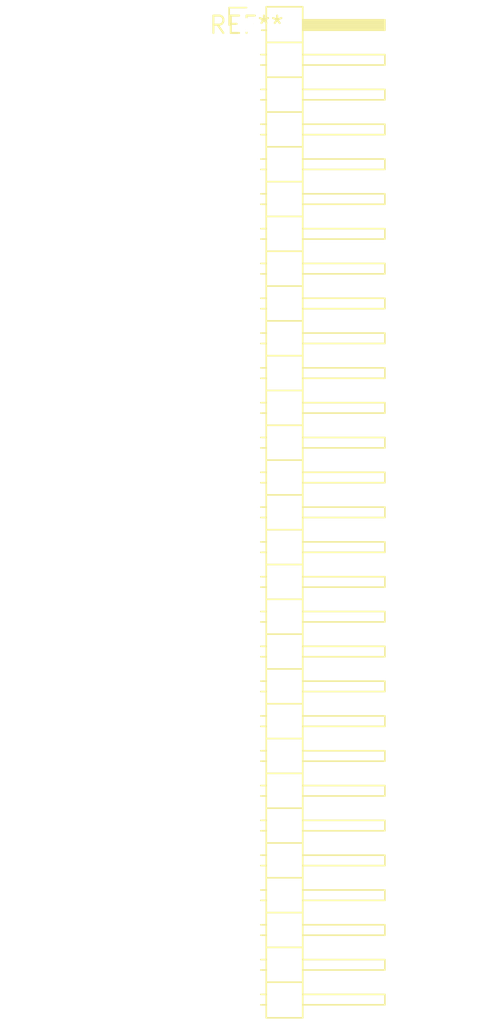
<source format=kicad_pcb>
(kicad_pcb (version 20240108) (generator pcbnew)
  (layers (0 "F.Cu" signal) (31 "B.Cu" signal) (34 "B.Paste" user) (35 "F.Paste" user) (36 "B.SilkS" user "B.Silkscreen") (37 "F.SilkS" user "F.Silkscreen") (38 "B.Mask" user) (39 "F.Mask" user) (44 "Edge.Cuts" user))
  (net 0 "")
  (footprint "PinHeader_1x29_P2.54mm_Horizontal" (layer "F.Cu") (at 0 0)
    (property "Reference" "REF**")
    (property "Value" "PinHeader_1x29_P2.54mm_Horizontal")
    (fp_line (start -1.27 -1.27) (end 0 -1.27) (layer "F.SilkS") (stroke (width 0.12)))
    (fp_line (start -1.27 0) (end -1.27 -1.27) (layer "F.SilkS") (stroke (width 0.12)))
    (fp_line (start 1.042929 2.16) (end 1.44 2.16) (layer "F.SilkS") (stroke (width 0.12)))
    (fp_line (start 1.042929 2.92) (end 1.44 2.92) (layer "F.SilkS") (stroke (width 0.12)))
    (fp_line (start 1.042929 4.7) (end 1.44 4.7) (layer "F.SilkS") (stroke (width 0.12)))
    (fp_line (start 1.042929 5.46) (end 1.44 5.46) (layer "F.SilkS") (stroke (width 0.12)))
    (fp_line (start 1.042929 7.24) (end 1.44 7.24) (layer "F.SilkS") (stroke (width 0.12)))
    (fp_line (start 1.042929 8) (end 1.44 8) (layer "F.SilkS") (stroke (width 0.12)))
    (fp_line (start 1.042929 9.78) (end 1.44 9.78) (layer "F.SilkS") (stroke (width 0.12)))
    (fp_line (start 1.042929 10.54) (end 1.44 10.54) (layer "F.SilkS") (stroke (width 0.12)))
    (fp_line (start 1.042929 12.32) (end 1.44 12.32) (layer "F.SilkS") (stroke (width 0.12)))
    (fp_line (start 1.042929 13.08) (end 1.44 13.08) (layer "F.SilkS") (stroke (width 0.12)))
    (fp_line (start 1.042929 14.86) (end 1.44 14.86) (layer "F.SilkS") (stroke (width 0.12)))
    (fp_line (start 1.042929 15.62) (end 1.44 15.62) (layer "F.SilkS") (stroke (width 0.12)))
    (fp_line (start 1.042929 17.4) (end 1.44 17.4) (layer "F.SilkS") (stroke (width 0.12)))
    (fp_line (start 1.042929 18.16) (end 1.44 18.16) (layer "F.SilkS") (stroke (width 0.12)))
    (fp_line (start 1.042929 19.94) (end 1.44 19.94) (layer "F.SilkS") (stroke (width 0.12)))
    (fp_line (start 1.042929 20.7) (end 1.44 20.7) (layer "F.SilkS") (stroke (width 0.12)))
    (fp_line (start 1.042929 22.48) (end 1.44 22.48) (layer "F.SilkS") (stroke (width 0.12)))
    (fp_line (start 1.042929 23.24) (end 1.44 23.24) (layer "F.SilkS") (stroke (width 0.12)))
    (fp_line (start 1.042929 25.02) (end 1.44 25.02) (layer "F.SilkS") (stroke (width 0.12)))
    (fp_line (start 1.042929 25.78) (end 1.44 25.78) (layer "F.SilkS") (stroke (width 0.12)))
    (fp_line (start 1.042929 27.56) (end 1.44 27.56) (layer "F.SilkS") (stroke (width 0.12)))
    (fp_line (start 1.042929 28.32) (end 1.44 28.32) (layer "F.SilkS") (stroke (width 0.12)))
    (fp_line (start 1.042929 30.1) (end 1.44 30.1) (layer "F.SilkS") (stroke (width 0.12)))
    (fp_line (start 1.042929 30.86) (end 1.44 30.86) (layer "F.SilkS") (stroke (width 0.12)))
    (fp_line (start 1.042929 32.64) (end 1.44 32.64) (layer "F.SilkS") (stroke (width 0.12)))
    (fp_line (start 1.042929 33.4) (end 1.44 33.4) (layer "F.SilkS") (stroke (width 0.12)))
    (fp_line (start 1.042929 35.18) (end 1.44 35.18) (layer "F.SilkS") (stroke (width 0.12)))
    (fp_line (start 1.042929 35.94) (end 1.44 35.94) (layer "F.SilkS") (stroke (width 0.12)))
    (fp_line (start 1.042929 37.72) (end 1.44 37.72) (layer "F.SilkS") (stroke (width 0.12)))
    (fp_line (start 1.042929 38.48) (end 1.44 38.48) (layer "F.SilkS") (stroke (width 0.12)))
    (fp_line (start 1.042929 40.26) (end 1.44 40.26) (layer "F.SilkS") (stroke (width 0.12)))
    (fp_line (start 1.042929 41.02) (end 1.44 41.02) (layer "F.SilkS") (stroke (width 0.12)))
    (fp_line (start 1.042929 42.8) (end 1.44 42.8) (layer "F.SilkS") (stroke (width 0.12)))
    (fp_line (start 1.042929 43.56) (end 1.44 43.56) (layer "F.SilkS") (stroke (width 0.12)))
    (fp_line (start 1.042929 45.34) (end 1.44 45.34) (layer "F.SilkS") (stroke (width 0.12)))
    (fp_line (start 1.042929 46.1) (end 1.44 46.1) (layer "F.SilkS") (stroke (width 0.12)))
    (fp_line (start 1.042929 47.88) (end 1.44 47.88) (layer "F.SilkS") (stroke (width 0.12)))
    (fp_line (start 1.042929 48.64) (end 1.44 48.64) (layer "F.SilkS") (stroke (width 0.12)))
    (fp_line (start 1.042929 50.42) (end 1.44 50.42) (layer "F.SilkS") (stroke (width 0.12)))
    (fp_line (start 1.042929 51.18) (end 1.44 51.18) (layer "F.SilkS") (stroke (width 0.12)))
    (fp_line (start 1.042929 52.96) (end 1.44 52.96) (layer "F.SilkS") (stroke (width 0.12)))
    (fp_line (start 1.042929 53.72) (end 1.44 53.72) (layer "F.SilkS") (stroke (width 0.12)))
    (fp_line (start 1.042929 55.5) (end 1.44 55.5) (layer "F.SilkS") (stroke (width 0.12)))
    (fp_line (start 1.042929 56.26) (end 1.44 56.26) (layer "F.SilkS") (stroke (width 0.12)))
    (fp_line (start 1.042929 58.04) (end 1.44 58.04) (layer "F.SilkS") (stroke (width 0.12)))
    (fp_line (start 1.042929 58.8) (end 1.44 58.8) (layer "F.SilkS") (stroke (width 0.12)))
    (fp_line (start 1.042929 60.58) (end 1.44 60.58) (layer "F.SilkS") (stroke (width 0.12)))
    (fp_line (start 1.042929 61.34) (end 1.44 61.34) (layer "F.SilkS") (stroke (width 0.12)))
    (fp_line (start 1.042929 63.12) (end 1.44 63.12) (layer "F.SilkS") (stroke (width 0.12)))
    (fp_line (start 1.042929 63.88) (end 1.44 63.88) (layer "F.SilkS") (stroke (width 0.12)))
    (fp_line (start 1.042929 65.66) (end 1.44 65.66) (layer "F.SilkS") (stroke (width 0.12)))
    (fp_line (start 1.042929 66.42) (end 1.44 66.42) (layer "F.SilkS") (stroke (width 0.12)))
    (fp_line (start 1.042929 68.2) (end 1.44 68.2) (layer "F.SilkS") (stroke (width 0.12)))
    (fp_line (start 1.042929 68.96) (end 1.44 68.96) (layer "F.SilkS") (stroke (width 0.12)))
    (fp_line (start 1.042929 70.74) (end 1.44 70.74) (layer "F.SilkS") (stroke (width 0.12)))
    (fp_line (start 1.042929 71.5) (end 1.44 71.5) (layer "F.SilkS") (stroke (width 0.12)))
    (fp_line (start 1.11 -0.38) (end 1.44 -0.38) (layer "F.SilkS") (stroke (width 0.12)))
    (fp_line (start 1.11 0.38) (end 1.44 0.38) (layer "F.SilkS") (stroke (width 0.12)))
    (fp_line (start 1.44 -1.33) (end 1.44 72.45) (layer "F.SilkS") (stroke (width 0.12)))
    (fp_line (start 1.44 1.27) (end 4.1 1.27) (layer "F.SilkS") (stroke (width 0.12)))
    (fp_line (start 1.44 3.81) (end 4.1 3.81) (layer "F.SilkS") (stroke (width 0.12)))
    (fp_line (start 1.44 6.35) (end 4.1 6.35) (layer "F.SilkS") (stroke (width 0.12)))
    (fp_line (start 1.44 8.89) (end 4.1 8.89) (layer "F.SilkS") (stroke (width 0.12)))
    (fp_line (start 1.44 11.43) (end 4.1 11.43) (layer "F.SilkS") (stroke (width 0.12)))
    (fp_line (start 1.44 13.97) (end 4.1 13.97) (layer "F.SilkS") (stroke (width 0.12)))
    (fp_line (start 1.44 16.51) (end 4.1 16.51) (layer "F.SilkS") (stroke (width 0.12)))
    (fp_line (start 1.44 19.05) (end 4.1 19.05) (layer "F.SilkS") (stroke (width 0.12)))
    (fp_line (start 1.44 21.59) (end 4.1 21.59) (layer "F.SilkS") (stroke (width 0.12)))
    (fp_line (start 1.44 24.13) (end 4.1 24.13) (layer "F.SilkS") (stroke (width 0.12)))
    (fp_line (start 1.44 26.67) (end 4.1 26.67) (layer "F.SilkS") (stroke (width 0.12)))
    (fp_line (start 1.44 29.21) (end 4.1 29.21) (layer "F.SilkS") (stroke (width 0.12)))
    (fp_line (start 1.44 31.75) (end 4.1 31.75) (layer "F.SilkS") (stroke (width 0.12)))
    (fp_line (start 1.44 34.29) (end 4.1 34.29) (layer "F.SilkS") (stroke (width 0.12)))
    (fp_line (start 1.44 36.83) (end 4.1 36.83) (layer "F.SilkS") (stroke (width 0.12)))
    (fp_line (start 1.44 39.37) (end 4.1 39.37) (layer "F.SilkS") (stroke (width 0.12)))
    (fp_line (start 1.44 41.91) (end 4.1 41.91) (layer "F.SilkS") (stroke (width 0.12)))
    (fp_line (start 1.44 44.45) (end 4.1 44.45) (layer "F.SilkS") (stroke (width 0.12)))
    (fp_line (start 1.44 46.99) (end 4.1 46.99) (layer "F.SilkS") (stroke (width 0.12)))
    (fp_line (start 1.44 49.53) (end 4.1 49.53) (layer "F.SilkS") (stroke (width 0.12)))
    (fp_line (start 1.44 52.07) (end 4.1 52.07) (layer "F.SilkS") (stroke (width 0.12)))
    (fp_line (start 1.44 54.61) (end 4.1 54.61) (layer "F.SilkS") (stroke (width 0.12)))
    (fp_line (start 1.44 57.15) (end 4.1 57.15) (layer "F.SilkS") (stroke (width 0.12)))
    (fp_line (start 1.44 59.69) (end 4.1 59.69) (layer "F.SilkS") (stroke (width 0.12)))
    (fp_line (start 1.44 62.23) (end 4.1 62.23) (layer "F.SilkS") (stroke (width 0.12)))
    (fp_line (start 1.44 64.77) (end 4.1 64.77) (layer "F.SilkS") (stroke (width 0.12)))
    (fp_line (start 1.44 67.31) (end 4.1 67.31) (layer "F.SilkS") (stroke (width 0.12)))
    (fp_line (start 1.44 69.85) (end 4.1 69.85) (layer "F.SilkS") (stroke (width 0.12)))
    (fp_line (start 1.44 72.45) (end 4.1 72.45) (layer "F.SilkS") (stroke (width 0.12)))
    (fp_line (start 4.1 -1.33) (end 1.44 -1.33) (layer "F.SilkS") (stroke (width 0.12)))
    (fp_line (start 4.1 -0.38) (end 10.1 -0.38) (layer "F.SilkS") (stroke (width 0.12)))
    (fp_line (start 4.1 -0.32) (end 10.1 -0.32) (layer "F.SilkS") (stroke (width 0.12)))
    (fp_line (start 4.1 -0.2) (end 10.1 -0.2) (layer "F.SilkS") (stroke (width 0.12)))
    (fp_line (start 4.1 -0.08) (end 10.1 -0.08) (layer "F.SilkS") (stroke (width 0.12)))
    (fp_line (start 4.1 0.04) (end 10.1 0.04) (layer "F.SilkS") (stroke (width 0.12)))
    (fp_line (start 4.1 0.16) (end 10.1 0.16) (layer "F.SilkS") (stroke (width 0.12)))
    (fp_line (start 4.1 0.28) (end 10.1 0.28) (layer "F.SilkS") (stroke (width 0.12)))
    (fp_line (start 4.1 2.16) (end 10.1 2.16) (layer "F.SilkS") (stroke (width 0.12)))
    (fp_line (start 4.1 4.7) (end 10.1 4.7) (layer "F.SilkS") (stroke (width 0.12)))
    (fp_line (start 4.1 7.24) (end 10.1 7.24) (layer "F.SilkS") (stroke (width 0.12)))
    (fp_line (start 4.1 9.78) (end 10.1 9.78) (layer "F.SilkS") (stroke (width 0.12)))
    (fp_line (start 4.1 12.32) (end 10.1 12.32) (layer "F.SilkS") (stroke (width 0.12)))
    (fp_line (start 4.1 14.86) (end 10.1 14.86) (layer "F.SilkS") (stroke (width 0.12)))
    (fp_line (start 4.1 17.4) (end 10.1 17.4) (layer "F.SilkS") (stroke (width 0.12)))
    (fp_line (start 4.1 19.94) (end 10.1 19.94) (layer "F.SilkS") (stroke (width 0.12)))
    (fp_line (start 4.1 22.48) (end 10.1 22.48) (layer "F.SilkS") (stroke (width 0.12)))
    (fp_line (start 4.1 25.02) (end 10.1 25.02) (layer "F.SilkS") (stroke (width 0.12)))
    (fp_line (start 4.1 27.56) (end 10.1 27.56) (layer "F.SilkS") (stroke (width 0.12)))
    (fp_line (start 4.1 30.1) (end 10.1 30.1) (layer "F.SilkS") (stroke (width 0.12)))
    (fp_line (start 4.1 32.64) (end 10.1 32.64) (layer "F.SilkS") (stroke (width 0.12)))
    (fp_line (start 4.1 35.18) (end 10.1 35.18) (layer "F.SilkS") (stroke (width 0.12)))
    (fp_line (start 4.1 37.72) (end 10.1 37.72) (layer "F.SilkS") (stroke (width 0.12)))
    (fp_line (start 4.1 40.26) (end 10.1 40.26) (layer "F.SilkS") (stroke (width 0.12)))
    (fp_line (start 4.1 42.8) (end 10.1 42.8) (layer "F.SilkS") (stroke (width 0.12)))
    (fp_line (start 4.1 45.34) (end 10.1 45.34) (layer "F.SilkS") (stroke (width 0.12)))
    (fp_line (start 4.1 47.88) (end 10.1 47.88) (layer "F.SilkS") (stroke (width 0.12)))
    (fp_line (start 4.1 50.42) (end 10.1 50.42) (layer "F.SilkS") (stroke (width 0.12)))
    (fp_line (start 4.1 52.96) (end 10.1 52.96) (layer "F.SilkS") (stroke (width 0.12)))
    (fp_line (start 4.1 55.5) (end 10.1 55.5) (layer "F.SilkS") (stroke (width 0.12)))
    (fp_line (start 4.1 58.04) (end 10.1 58.04) (layer "F.SilkS") (stroke (width 0.12)))
    (fp_line (start 4.1 60.58) (end 10.1 60.58) (layer "F.SilkS") (stroke (width 0.12)))
    (fp_line (start 4.1 63.12) (end 10.1 63.12) (layer "F.SilkS") (stroke (width 0.12)))
    (fp_line (start 4.1 65.66) (end 10.1 65.66) (layer "F.SilkS") (stroke (width 0.12)))
    (fp_line (start 4.1 68.2) (end 10.1 68.2) (layer "F.SilkS") (stroke (width 0.12)))
    (fp_line (start 4.1 70.74) (end 10.1 70.74) (layer "F.SilkS") (stroke (width 0.12)))
    (fp_line (start 4.1 72.45) (end 4.1 -1.33) (layer "F.SilkS") (stroke (width 0.12)))
    (fp_line (start 10.1 -0.38) (end 10.1 0.38) (layer "F.SilkS") (stroke (width 0.12)))
    (fp_line (start 10.1 0.38) (end 4.1 0.38) (layer "F.SilkS") (stroke (width 0.12)))
    (fp_line (start 10.1 2.16) (end 10.1 2.92) (layer "F.SilkS") (stroke (width 0.12)))
    (fp_line (start 10.1 2.92) (end 4.1 2.92) (layer "F.SilkS") (stroke (width 0.12)))
    (fp_line (start 10.1 4.7) (end 10.1 5.46) (layer "F.SilkS") (stroke (width 0.12)))
    (fp_line (start 10.1 5.46) (end 4.1 5.46) (layer "F.SilkS") (stroke (width 0.12)))
    (fp_line (start 10.1 7.24) (end 10.1 8) (layer "F.SilkS") (stroke (width 0.12)))
    (fp_line (start 10.1 8) (end 4.1 8) (layer "F.SilkS") (stroke (width 0.12)))
    (fp_line (start 10.1 9.78) (end 10.1 10.54) (layer "F.SilkS") (stroke (width 0.12)))
    (fp_line (start 10.1 10.54) (end 4.1 10.54) (layer "F.SilkS") (stroke (width 0.12)))
    (fp_line (start 10.1 12.32) (end 10.1 13.08) (layer "F.SilkS") (stroke (width 0.12)))
    (fp_line (start 10.1 13.08) (end 4.1 13.08) (layer "F.SilkS") (stroke (width 0.12)))
    (fp_line (start 10.1 14.86) (end 10.1 15.62) (layer "F.SilkS") (stroke (width 0.12)))
    (fp_line (start 10.1 15.62) (end 4.1 15.62) (layer "F.SilkS") (stroke (width 0.12)))
    (fp_line (start 10.1 17.4) (end 10.1 18.16) (layer "F.SilkS") (stroke (width 0.12)))
    (fp_line (start 10.1 18.16) (end 4.1 18.16) (layer "F.SilkS") (stroke (width 0.12)))
    (fp_line (start 10.1 19.94) (end 10.1 20.7) (layer "F.SilkS") (stroke (width 0.12)))
    (fp_line (start 10.1 20.7) (end 4.1 20.7) (layer "F.SilkS") (stroke (width 0.12)))
    (fp_line (start 10.1 22.48) (end 10.1 23.24) (layer "F.SilkS") (stroke (width 0.12)))
    (fp_line (start 10.1 23.24) (end 4.1 23.24) (layer "F.SilkS") (stroke (width 0.12)))
    (fp_line (start 10.1 25.02) (end 10.1 25.78) (layer "F.SilkS") (stroke (width 0.12)))
    (fp_line (start 10.1 25.78) (end 4.1 25.78) (layer "F.SilkS") (stroke (width 0.12)))
    (fp_line (start 10.1 27.56) (end 10.1 28.32) (layer "F.SilkS") (stroke (width 0.12)))
    (fp_line (start 10.1 28.32) (end 4.1 28.32) (layer "F.SilkS") (stroke (width 0.12)))
    (fp_line (start 10.1 30.1) (end 10.1 30.86) (layer "F.SilkS") (stroke (width 0.12)))
    (fp_line (start 10.1 30.86) (end 4.1 30.86) (layer "F.SilkS") (stroke (width 0.12)))
    (fp_line (start 10.1 32.64) (end 10.1 33.4) (layer "F.SilkS") (stroke (width 0.12)))
    (fp_line (start 10.1 33.4) (end 4.1 33.4) (layer "F.SilkS") (stroke (width 0.12)))
    (fp_line (start 10.1 35.18) (end 10.1 35.94) (layer "F.SilkS") (stroke (width 0.12)))
    (fp_line (start 10.1 35.94) (end 4.1 35.94) (layer "F.SilkS") (stroke (width 0.12)))
    (fp_line (start 10.1 37.72) (end 10.1 38.48) (layer "F.SilkS") (stroke (width 0.12)))
    (fp_line (start 10.1 38.48) (end 4.1 38.48) (layer "F.SilkS") (stroke (width 0.12)))
    (fp_line (start 10.1 40.26) (end 10.1 41.02) (layer "F.SilkS") (stroke (width 0.12)))
    (fp_line (start 10.1 41.02) (end 4.1 41.02) (layer "F.SilkS") (stroke (width 0.12)))
    (fp_line (start 10.1 42.8) (end 10.1 43.56) (layer "F.SilkS") (stroke (width 0.12)))
    (fp_line (start 10.1 43.56) (end 4.1 43.56) (layer "F.SilkS") (stroke (width 0.12)))
    (fp_line (start 10.1 45.34) (end 10.1 46.1) (layer "F.SilkS") (stroke (width 0.12)))
    (fp_line (start 10.1 46.1) (end 4.1 46.1) (layer "F.SilkS") (stroke (width 0.12)))
    (fp_line (start 10.1 47.88) (end 10.1 48.64) (layer "F.SilkS") (stroke (width 0.12)))
    (fp_line (start 10.1 48.64) (end 4.1 48.64) (layer "F.SilkS") (stroke (width 0.12)))
    (fp_line (start 10.1 50.42) (end 10.1 51.18) (layer "F.SilkS") (stroke (width 0.12)))
    (fp_line (start 10.1 51.18) (end 4.1 51.18) (layer "F.SilkS") (stroke (width 0.12)))
    (fp_line (start 10.1 52.96) (end 10.1 53.72) (layer "F.SilkS") (stroke (width 0.12)))
    (fp_line (start 10.1 53.72) (end 4.1 53.72) (layer "F.SilkS") (stroke (width 0.12)))
    (fp_line (start 10.1 55.5) (end 10.1 56.26) (layer "F.SilkS") (stroke (width 0.12)))
    (fp_line (start 10.1 56.26) (end 4.1 56.26) (layer "F.SilkS") (stroke (width 0.12)))
    (fp_line (start 10.1 58.04) (end 10.1 58.8) (layer "F.SilkS") (stroke (width 0.12)))
    (fp_line (start 10.1 58.8) (end 4.1 58.8) (layer "F.SilkS") (stroke (width 0.12)))
    (fp_line (start 10.1 60.58) (end 10.1 61.34) (layer "F.SilkS") (stroke (width 0.12)))
    (fp_line (start 10.1 61.34) (end 4.1 61.34) (layer "F.SilkS") (stroke (width 0.12)))
    (fp_line (start 10.1 63.12) (end 10.1 63.88) (layer "F.SilkS") (stroke (width 0.12)))
    (fp_line (start 10.1 63.88) (end 4.1 63.88) (layer "F.SilkS") (stroke (width 0.12)))
    (fp_line (start 10.1 65.66) (end 10.1 66.42) (layer "F.SilkS") (stroke (width 0.12)))
    (fp_line (start 10.1 66.42) (end 4.1 66.42) (layer "F.SilkS") (stroke (width 0.12)))
    (fp_line (start 10.1 68.2) (end 10.1 68.96) (layer "F.SilkS") (stroke (width 0.12)))
    (fp_line (start 10.1 68.96) (end 4.1 68.96) (layer "F.SilkS") (stroke (width 0.12)))
    (fp_line (start 10.1 70.74) (end 10.1 71.5) (layer "F.SilkS") (stroke (width 0.12)))
    (fp_line (start 10.1 71.5) (end 4.1 71.5) (layer "F.SilkS") (stroke (width 0.12)))
    (pad "1" thru_hole rect (at 0 0) (size 1.7 1.7) (drill 1) (layers *.Cu *.Mask) (remove_unused_layers))
    (pad "2" thru_hole oval (at 0 2.54) (size 1.7 1.7) (drill 1) (layers *.Cu *.Mask) (remove_unused_layers))
    (pad "3" thru_hole oval (at 0 5.08) (size 1.7 1.7) (drill 1) (layers *.Cu *.Mask) (remove_unused_layers))
    (pad "4" thru_hole oval (at 0 7.62) (size 1.7 1.7) (drill 1) (layers *.Cu *.Mask) (remove_unused_layers))
    (pad "5" thru_hole oval (at 0 10.16) (size 1.7 1.7) (drill 1) (layers *.Cu *.Mask) (remove_unused_layers))
    (pad "6" thru_hole oval (at 0 12.7) (size 1.7 1.7) (drill 1) (layers *.Cu *.Mask) (remove_unused_layers))
    (pad "7" thru_hole oval (at 0 15.24) (size 1.7 1.7) (drill 1) (layers *.Cu *.Mask) (remove_unused_layers))
    (pad "8" thru_hole oval (at 0 17.78) (size 1.7 1.7) (drill 1) (layers *.Cu *.Mask) (remove_unused_layers))
    (pad "9" thru_hole oval (at 0 20.32) (size 1.7 1.7) (drill 1) (layers *.Cu *.Mask) (remove_unused_layers))
    (pad "10" thru_hole oval (at 0 22.86) (size 1.7 1.7) (drill 1) (layers *.Cu *.Mask) (remove_unused_layers))
    (pad "11" thru_hole oval (at 0 25.4) (size 1.7 1.7) (drill 1) (layers *.Cu *.Mask) (remove_unused_layers))
    (pad "12" thru_hole oval (at 0 27.94) (size 1.7 1.7) (drill 1) (layers *.Cu *.Mask) (remove_unused_layers))
    (pad "13" thru_hole oval (at 0 30.48) (size 1.7 1.7) (drill 1) (layers *.Cu *.Mask) (remove_unused_layers))
    (pad "14" thru_hole oval (at 0 33.02) (size 1.7 1.7) (drill 1) (layers *.Cu *.Mask) (remove_unused_layers))
    (pad "15" thru_hole oval (at 0 35.56) (size 1.7 1.7) (drill 1) (layers *.Cu *.Mask) (remove_unused_layers))
    (pad "16" thru_hole oval (at 0 38.1) (size 1.7 1.7) (drill 1) (layers *.Cu *.Mask) (remove_unused_layers))
    (pad "17" thru_hole oval (at 0 40.64) (size 1.7 1.7) (drill 1) (layers *.Cu *.Mask) (remove_unused_layers))
    (pad "18" thru_hole oval (at 0 43.18) (size 1.7 1.7) (drill 1) (layers *.Cu *.Mask) (remove_unused_layers))
    (pad "19" thru_hole oval (at 0 45.72) (size 1.7 1.7) (drill 1) (layers *.Cu *.Mask) (remove_unused_layers))
    (pad "20" thru_hole oval (at 0 48.26) (size 1.7 1.7) (drill 1) (layers *.Cu *.Mask) (remove_unused_layers))
    (pad "21" thru_hole oval (at 0 50.8) (size 1.7 1.7) (drill 1) (layers *.Cu *.Mask) (remove_unused_layers))
    (pad "22" thru_hole oval (at 0 53.34) (size 1.7 1.7) (drill 1) (layers *.Cu *.Mask) (remove_unused_layers))
    (pad "23" thru_hole oval (at 0 55.88) (size 1.7 1.7) (drill 1) (layers *.Cu *.Mask) (remove_unused_layers))
    (pad "24" thru_hole oval (at 0 58.42) (size 1.7 1.7) (drill 1) (layers *.Cu *.Mask) (remove_unused_layers))
    (pad "25" thru_hole oval (at 0 60.96) (size 1.7 1.7) (drill 1) (layers *.Cu *.Mask) (remove_unused_layers))
    (pad "26" thru_hole oval (at 0 63.5) (size 1.7 1.7) (drill 1) (layers *.Cu *.Mask) (remove_unused_layers))
    (pad "27" thru_hole oval (at 0 66.04) (size 1.7 1.7) (drill 1) (layers *.Cu *.Mask) (remove_unused_layers))
    (pad "28" thru_hole oval (at 0 68.58) (size 1.7 1.7) (drill 1) (layers *.Cu *.Mask) (remove_unused_layers))
    (pad "29" thru_hole oval (at 0 71.12) (size 1.7 1.7) (drill 1) (layers *.Cu *.Mask) (remove_unused_layers))
  )
)
</source>
